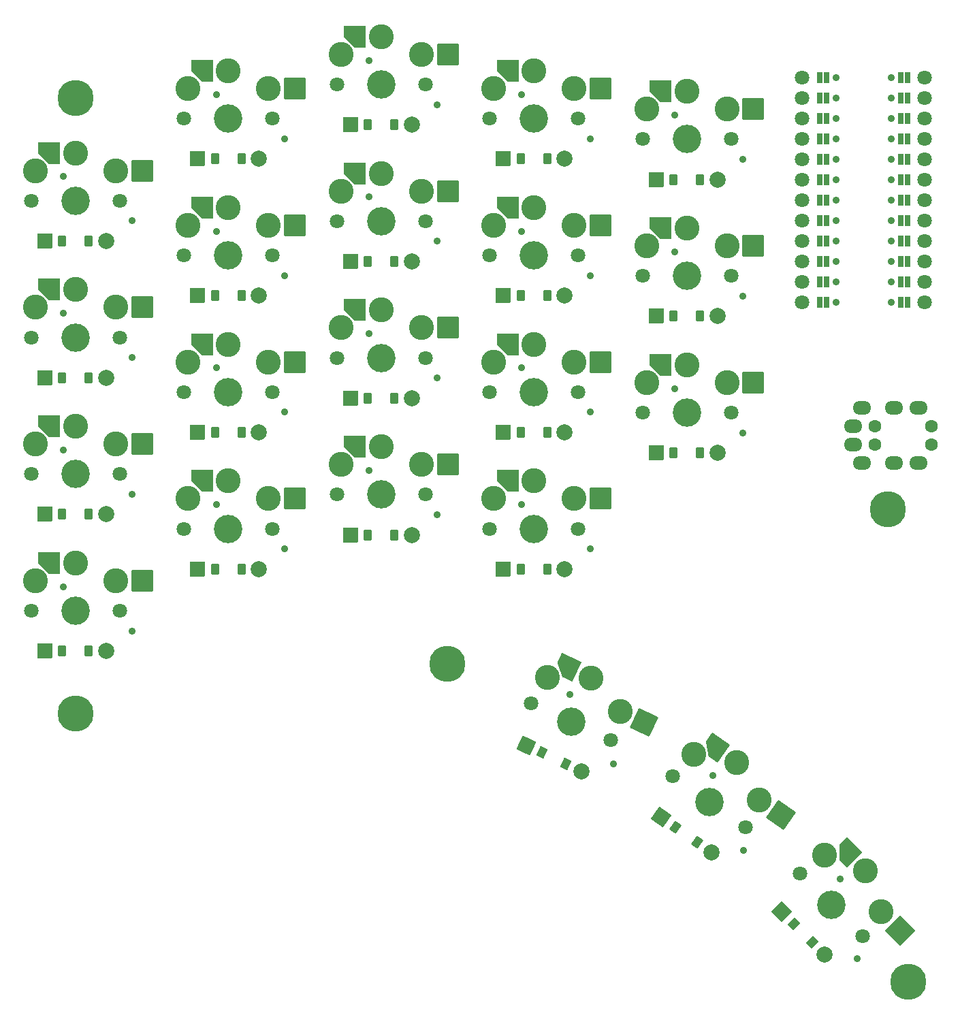
<source format=gbs>
G04 #@! TF.GenerationSoftware,KiCad,Pcbnew,8.0.1*
G04 #@! TF.CreationDate,2024-03-30T10:30:43-04:00*
G04 #@! TF.ProjectId,kipra-kicad,6b697072-612d-46b6-9963-61642e6b6963,v1.0.0*
G04 #@! TF.SameCoordinates,Original*
G04 #@! TF.FileFunction,Soldermask,Bot*
G04 #@! TF.FilePolarity,Negative*
%FSLAX46Y46*%
G04 Gerber Fmt 4.6, Leading zero omitted, Abs format (unit mm)*
G04 Created by KiCad (PCBNEW 8.0.1) date 2024-03-30 10:30:43*
%MOMM*%
%LPD*%
G01*
G04 APERTURE LIST*
G04 Aperture macros list*
%AMRoundRect*
0 Rectangle with rounded corners*
0 $1 Rounding radius*
0 $2 $3 $4 $5 $6 $7 $8 $9 X,Y pos of 4 corners*
0 Add a 4 corners polygon primitive as box body*
4,1,4,$2,$3,$4,$5,$6,$7,$8,$9,$2,$3,0*
0 Add four circle primitives for the rounded corners*
1,1,$1+$1,$2,$3*
1,1,$1+$1,$4,$5*
1,1,$1+$1,$6,$7*
1,1,$1+$1,$8,$9*
0 Add four rect primitives between the rounded corners*
20,1,$1+$1,$2,$3,$4,$5,0*
20,1,$1+$1,$4,$5,$6,$7,0*
20,1,$1+$1,$6,$7,$8,$9,0*
20,1,$1+$1,$8,$9,$2,$3,0*%
%AMFreePoly0*
4,1,14,1.335355,1.335355,1.350000,1.300000,1.350000,-1.300000,1.335355,-1.335355,1.300000,-1.350000,0.000000,-1.350000,-0.035355,-1.335355,-1.335355,-0.035355,-1.350000,0.000000,-1.350000,1.300000,-1.335355,1.335355,-1.300000,1.350000,1.300000,1.350000,1.335355,1.335355,1.335355,1.335355,$1*%
G04 Aperture macros list end*
%ADD10C,3.529000*%
%ADD11C,1.801800*%
%ADD12C,3.100000*%
%ADD13RoundRect,0.050000X-1.300000X-1.300000X1.300000X-1.300000X1.300000X1.300000X-1.300000X1.300000X0*%
%ADD14FreePoly0,0.000000*%
%ADD15C,0.900000*%
%ADD16RoundRect,0.050000X-1.838478X0.000000X0.000000X-1.838478X1.838478X0.000000X0.000000X1.838478X0*%
%ADD17FreePoly0,315.000000*%
%ADD18RoundRect,0.050000X-1.810547X-0.319248X0.319248X-1.810547X1.810547X0.319248X-0.319248X1.810547X0*%
%ADD19FreePoly0,325.000000*%
%ADD20RoundRect,0.050000X-1.727604X-0.628796X0.628796X-1.727604X1.727604X0.628796X-0.628796X1.727604X0*%
%ADD21FreePoly0,335.000000*%
%ADD22RoundRect,0.050000X-0.450000X-0.600000X0.450000X-0.600000X0.450000X0.600000X-0.450000X0.600000X0*%
%ADD23RoundRect,0.050000X-0.889000X-0.889000X0.889000X-0.889000X0.889000X0.889000X-0.889000X0.889000X0*%
%ADD24C,2.005000*%
%ADD25RoundRect,0.050000X-0.742462X-0.106066X-0.106066X-0.742462X0.742462X0.106066X0.106066X0.742462X0*%
%ADD26RoundRect,0.050000X-1.257236X0.000000X0.000000X-1.257236X1.257236X0.000000X0.000000X1.257236X0*%
%ADD27RoundRect,0.050000X-0.712764X-0.233382X0.024473X-0.749601X0.712764X0.233382X-0.024473X0.749601X0*%
%ADD28RoundRect,0.050000X-1.238136X-0.218317X0.218317X-1.238136X1.238136X0.218317X-0.218317X1.238136X0*%
%ADD29RoundRect,0.050000X-0.661409X-0.353606X0.154268X-0.733963X0.661409X0.353606X-0.154268X0.733963X0*%
%ADD30RoundRect,0.050000X-1.181415X-0.430000X0.430000X-1.181415X1.181415X0.430000X-0.430000X1.181415X0*%
%ADD31C,1.800000*%
%ADD32RoundRect,0.050000X-0.300000X-0.600000X0.300000X-0.600000X0.300000X0.600000X-0.300000X0.600000X0*%
%ADD33C,1.600000*%
%ADD34O,2.300000X1.700000*%
%ADD35C,0.800000*%
%ADD36C,4.500000*%
G04 APERTURE END LIST*
D10*
X99564702Y-99602060D03*
D11*
X105064702Y-99602060D03*
X94064702Y-99602060D03*
D12*
X104564702Y-95852060D03*
X99564702Y-93652058D03*
D13*
X107839702Y-95852060D03*
D14*
X96289702Y-93652060D03*
D12*
X94564702Y-95852060D03*
D15*
X98064702Y-96602060D03*
X106564702Y-102102060D03*
D10*
X99564703Y-82602061D03*
D11*
X105064703Y-82602061D03*
X94064703Y-82602061D03*
D12*
X104564703Y-78852061D03*
X99564703Y-76652059D03*
D13*
X107839703Y-78852061D03*
D14*
X96289703Y-76652061D03*
D12*
X94564703Y-78852061D03*
D15*
X98064703Y-79602061D03*
X106564703Y-85102061D03*
D10*
X99564702Y-65602057D03*
D11*
X105064702Y-65602057D03*
X94064702Y-65602057D03*
D12*
X104564702Y-61852057D03*
X99564702Y-59652055D03*
D13*
X107839702Y-61852057D03*
D14*
X96289702Y-59652057D03*
D12*
X94564702Y-61852057D03*
D15*
X98064702Y-62602057D03*
X106564702Y-68102057D03*
D10*
X99564702Y-48602060D03*
D11*
X105064702Y-48602060D03*
X94064702Y-48602060D03*
D12*
X104564702Y-44852060D03*
X99564702Y-42652058D03*
D13*
X107839702Y-44852060D03*
D14*
X96289702Y-42652060D03*
D12*
X94564702Y-44852060D03*
D15*
X98064702Y-45602060D03*
X106564702Y-51102060D03*
D10*
X118564700Y-89402055D03*
D11*
X124064700Y-89402055D03*
X113064700Y-89402055D03*
D12*
X123564700Y-85652055D03*
X118564700Y-83452053D03*
D13*
X126839700Y-85652055D03*
D14*
X115289700Y-83452055D03*
D12*
X113564700Y-85652055D03*
D15*
X117064700Y-86402055D03*
X125564700Y-91902055D03*
D10*
X118564704Y-72402056D03*
D11*
X124064704Y-72402056D03*
X113064704Y-72402056D03*
D12*
X123564704Y-68652056D03*
X118564704Y-66452054D03*
D13*
X126839704Y-68652056D03*
D14*
X115289704Y-66452056D03*
D12*
X113564704Y-68652056D03*
D15*
X117064704Y-69402056D03*
X125564704Y-74902056D03*
D10*
X118564704Y-55402053D03*
D11*
X124064704Y-55402053D03*
X113064704Y-55402053D03*
D12*
X123564704Y-51652053D03*
X118564704Y-49452051D03*
D13*
X126839704Y-51652053D03*
D14*
X115289704Y-49452053D03*
D12*
X113564704Y-51652053D03*
D15*
X117064704Y-52402053D03*
X125564704Y-57902053D03*
D10*
X118564707Y-38402059D03*
D11*
X124064707Y-38402059D03*
X113064707Y-38402059D03*
D12*
X123564707Y-34652059D03*
X118564707Y-32452057D03*
D13*
X126839707Y-34652059D03*
D14*
X115289707Y-32452059D03*
D12*
X113564707Y-34652059D03*
D15*
X117064707Y-35402059D03*
X125564707Y-40902059D03*
D10*
X137564703Y-85152060D03*
D11*
X143064703Y-85152060D03*
X132064703Y-85152060D03*
D12*
X142564703Y-81402060D03*
X137564703Y-79202058D03*
D13*
X145839703Y-81402060D03*
D14*
X134289703Y-79202060D03*
D12*
X132564703Y-81402060D03*
D15*
X136064703Y-82152060D03*
X144564703Y-87652060D03*
D10*
X137564700Y-68152056D03*
D11*
X143064700Y-68152056D03*
X132064700Y-68152056D03*
D12*
X142564700Y-64402056D03*
X137564700Y-62202054D03*
D13*
X145839700Y-64402056D03*
D14*
X134289700Y-62202056D03*
D12*
X132564700Y-64402056D03*
D15*
X136064700Y-65152056D03*
X144564700Y-70652056D03*
D10*
X137564705Y-51152059D03*
D11*
X143064705Y-51152059D03*
X132064705Y-51152059D03*
D12*
X142564705Y-47402059D03*
X137564705Y-45202057D03*
D13*
X145839705Y-47402059D03*
D14*
X134289705Y-45202059D03*
D12*
X132564705Y-47402059D03*
D15*
X136064705Y-48152059D03*
X144564705Y-53652059D03*
D10*
X137564701Y-34152059D03*
D11*
X143064701Y-34152059D03*
X132064701Y-34152059D03*
D12*
X142564701Y-30402059D03*
X137564701Y-28202057D03*
D13*
X145839701Y-30402059D03*
D14*
X134289701Y-28202059D03*
D12*
X132564701Y-30402059D03*
D15*
X136064701Y-31152059D03*
X144564701Y-36652059D03*
D10*
X156564700Y-89402056D03*
D11*
X162064700Y-89402056D03*
X151064700Y-89402056D03*
D12*
X161564700Y-85652056D03*
X156564700Y-83452054D03*
D13*
X164839700Y-85652056D03*
D14*
X153289700Y-83452056D03*
D12*
X151564700Y-85652056D03*
D15*
X155064700Y-86402056D03*
X163564700Y-91902056D03*
D10*
X156564701Y-72402059D03*
D11*
X162064701Y-72402059D03*
X151064701Y-72402059D03*
D12*
X161564701Y-68652059D03*
X156564701Y-66452057D03*
D13*
X164839701Y-68652059D03*
D14*
X153289701Y-66452059D03*
D12*
X151564701Y-68652059D03*
D15*
X155064701Y-69402059D03*
X163564701Y-74902059D03*
D10*
X156564703Y-55402057D03*
D11*
X162064703Y-55402057D03*
X151064703Y-55402057D03*
D12*
X161564703Y-51652057D03*
X156564703Y-49452055D03*
D13*
X164839703Y-51652057D03*
D14*
X153289703Y-49452057D03*
D12*
X151564703Y-51652057D03*
D15*
X155064703Y-52402057D03*
X163564703Y-57902057D03*
D10*
X156564707Y-38402059D03*
D11*
X162064707Y-38402059D03*
X151064707Y-38402059D03*
D12*
X161564707Y-34652059D03*
X156564707Y-32452057D03*
D13*
X164839707Y-34652059D03*
D14*
X153289707Y-32452059D03*
D12*
X151564707Y-34652059D03*
D15*
X155064707Y-35402059D03*
X163564707Y-40902059D03*
D10*
X175564700Y-74952058D03*
D11*
X181064700Y-74952058D03*
X170064700Y-74952058D03*
D12*
X180564700Y-71202058D03*
X175564700Y-69002056D03*
D13*
X183839700Y-71202058D03*
D14*
X172289700Y-69002058D03*
D12*
X170564700Y-71202058D03*
D15*
X174064700Y-71952058D03*
X182564700Y-77452058D03*
D10*
X175564700Y-57952060D03*
D11*
X181064700Y-57952060D03*
X170064700Y-57952060D03*
D12*
X180564700Y-54202060D03*
X175564700Y-52002058D03*
D13*
X183839700Y-54202060D03*
D14*
X172289700Y-52002060D03*
D12*
X170564700Y-54202060D03*
D15*
X174064700Y-54952060D03*
X182564700Y-60452060D03*
D10*
X175564704Y-40952060D03*
D11*
X181064704Y-40952060D03*
X170064704Y-40952060D03*
D12*
X180564704Y-37202060D03*
X175564704Y-35002058D03*
D13*
X183839704Y-37202060D03*
D14*
X172289704Y-35002060D03*
D12*
X170564704Y-37202060D03*
D15*
X174064704Y-37952060D03*
X182564704Y-43452060D03*
D10*
X193564705Y-136152064D03*
D11*
X197453792Y-140041152D03*
X189675618Y-132262976D03*
D12*
X199751889Y-137035947D03*
X197771990Y-131944777D03*
D16*
X202067665Y-139351723D03*
D17*
X195456216Y-129629003D03*
D12*
X192680822Y-129964880D03*
D15*
X194625365Y-132970083D03*
X196746686Y-142869577D03*
D10*
X178361906Y-123353423D03*
D11*
X182867242Y-126508091D03*
X173856570Y-120198755D03*
D12*
X184608578Y-123149485D03*
X181774687Y-118479466D03*
D18*
X187291301Y-125027948D03*
D19*
X179091963Y-116601005D03*
D12*
X176417057Y-117413721D03*
D15*
X178853907Y-120035602D03*
X182662029Y-129416337D03*
D10*
X161167615Y-113389173D03*
D11*
X166152309Y-115713572D03*
X156182921Y-111064774D03*
D12*
X167283972Y-112103610D03*
X163682194Y-107996642D03*
D20*
X170252129Y-113487685D03*
D21*
X160714036Y-106612567D03*
D12*
X158220894Y-107877427D03*
D15*
X161076008Y-110036322D03*
X166455224Y-118613270D03*
D22*
X101214707Y-104602056D03*
X97914707Y-104602056D03*
D23*
X95754707Y-104602056D03*
D24*
X103374707Y-104602056D03*
D22*
X101214704Y-87602059D03*
X97914704Y-87602059D03*
D23*
X95754704Y-87602059D03*
D24*
X103374704Y-87602059D03*
D22*
X101214709Y-70602059D03*
X97914709Y-70602059D03*
D23*
X95754709Y-70602059D03*
D24*
X103374709Y-70602059D03*
D22*
X101214705Y-53602057D03*
X97914705Y-53602057D03*
D23*
X95754705Y-53602057D03*
D24*
X103374705Y-53602057D03*
D22*
X120214705Y-94402054D03*
X116914705Y-94402054D03*
D23*
X114754705Y-94402054D03*
D24*
X122374705Y-94402054D03*
D22*
X120214704Y-77402058D03*
X116914704Y-77402058D03*
D23*
X114754704Y-77402058D03*
D24*
X122374704Y-77402058D03*
D22*
X120214706Y-60402060D03*
X116914706Y-60402060D03*
D23*
X114754706Y-60402060D03*
D24*
X122374706Y-60402060D03*
D22*
X120214706Y-43402055D03*
X116914706Y-43402055D03*
D23*
X114754706Y-43402055D03*
D24*
X122374706Y-43402055D03*
D22*
X139214707Y-90152058D03*
X135914707Y-90152058D03*
D23*
X133754707Y-90152058D03*
D24*
X141374707Y-90152058D03*
D22*
X139214705Y-73152062D03*
X135914705Y-73152062D03*
D23*
X133754705Y-73152062D03*
D24*
X141374705Y-73152062D03*
D22*
X139214703Y-56152059D03*
X135914703Y-56152059D03*
D23*
X133754703Y-56152059D03*
D24*
X141374703Y-56152059D03*
D22*
X139214704Y-39152057D03*
X135914704Y-39152057D03*
D23*
X133754704Y-39152057D03*
D24*
X141374704Y-39152057D03*
D22*
X158214707Y-94402057D03*
X154914707Y-94402057D03*
D23*
X152754707Y-94402057D03*
D24*
X160374707Y-94402057D03*
D22*
X158214707Y-77402055D03*
X154914707Y-77402055D03*
D23*
X152754707Y-77402055D03*
D24*
X160374707Y-77402055D03*
D22*
X158214705Y-60402059D03*
X154914705Y-60402059D03*
D23*
X152754705Y-60402059D03*
D24*
X160374705Y-60402059D03*
D22*
X158214703Y-43402054D03*
X154914703Y-43402054D03*
D23*
X152754703Y-43402054D03*
D24*
X160374703Y-43402054D03*
D22*
X177214704Y-79952057D03*
X173914704Y-79952057D03*
D23*
X171754704Y-79952057D03*
D24*
X179374704Y-79952057D03*
D22*
X177214700Y-62952058D03*
X173914700Y-62952058D03*
D23*
X171754700Y-62952058D03*
D24*
X179374700Y-62952058D03*
D22*
X177214700Y-45952056D03*
X173914700Y-45952056D03*
D23*
X171754700Y-45952056D03*
D24*
X179374700Y-45952056D03*
D25*
X191195893Y-140854317D03*
X188862441Y-138520865D03*
D26*
X187335090Y-136993514D03*
D24*
X192723244Y-142381668D03*
D27*
X176845629Y-128395584D03*
X174142427Y-126502782D03*
D28*
X172373059Y-125263857D03*
D24*
X178614997Y-129634509D03*
D29*
X160549936Y-118618029D03*
X157559120Y-117223389D03*
D30*
X155601495Y-116310534D03*
D24*
X162507561Y-119530884D03*
D31*
X189944704Y-33252055D03*
X205184704Y-33252055D03*
D15*
X200964704Y-33252055D03*
X194164704Y-33252055D03*
D32*
X192084704Y-33252055D03*
X192984705Y-33252055D03*
X202144704Y-33252055D03*
X203044703Y-33252055D03*
D31*
X189944704Y-35792055D03*
X205184704Y-35792055D03*
D15*
X200964704Y-35792055D03*
X194164704Y-35792055D03*
D32*
X192084703Y-35792055D03*
X192984704Y-35792055D03*
X202144703Y-35792055D03*
X203044704Y-35792055D03*
D31*
X189944704Y-38332055D03*
X205184704Y-38332055D03*
D15*
X200964705Y-38332055D03*
X194164703Y-38332056D03*
D32*
X192084704Y-38332055D03*
X192984704Y-38332055D03*
X202144704Y-38332054D03*
X203044705Y-38332055D03*
D31*
X189944705Y-40872055D03*
X205184704Y-40872055D03*
D15*
X200964704Y-40872055D03*
X194164703Y-40872055D03*
D32*
X192084704Y-40872055D03*
X192984705Y-40872054D03*
X202144704Y-40872055D03*
X203044704Y-40872055D03*
D31*
X189944704Y-43412055D03*
X205184704Y-43412055D03*
D15*
X200964704Y-43412055D03*
X194164704Y-43412055D03*
D32*
X192084704Y-43412055D03*
X192984704Y-43412055D03*
X202144704Y-43412055D03*
X203044704Y-43412055D03*
D31*
X189944704Y-45952055D03*
X205184704Y-45952055D03*
D15*
X200964704Y-45952055D03*
X194164704Y-45952055D03*
D32*
X192084705Y-45952055D03*
X192984704Y-45952055D03*
X202144704Y-45952055D03*
X203044703Y-45952055D03*
D31*
X189944704Y-48492055D03*
X205184704Y-48492055D03*
D15*
X200964704Y-48492055D03*
X194164704Y-48492055D03*
D32*
X192084704Y-48492055D03*
X192984704Y-48492055D03*
X202144704Y-48492055D03*
X203044704Y-48492055D03*
D31*
X189944704Y-51032055D03*
X205184703Y-51032055D03*
D15*
X200964705Y-51032055D03*
X194164704Y-51032055D03*
D32*
X192084704Y-51032055D03*
X192984704Y-51032055D03*
X202144703Y-51032056D03*
X203044704Y-51032055D03*
D31*
X189944704Y-53572055D03*
X205184704Y-53572055D03*
D15*
X200964705Y-53572054D03*
X194164703Y-53572055D03*
D32*
X192084703Y-53572055D03*
X192984704Y-53572056D03*
X202144704Y-53572055D03*
X203044704Y-53572055D03*
D31*
X189944704Y-56112055D03*
X205184704Y-56112055D03*
D15*
X200964704Y-56112055D03*
X194164704Y-56112055D03*
D32*
X192084704Y-56112055D03*
X192984705Y-56112055D03*
X202144704Y-56112055D03*
X203044705Y-56112055D03*
D31*
X189944704Y-58652055D03*
X205184704Y-58652055D03*
D15*
X200964704Y-58652055D03*
X194164704Y-58652055D03*
D32*
X192084705Y-58652055D03*
X192984704Y-58652055D03*
X202144703Y-58652055D03*
X203044704Y-58652055D03*
D31*
X189944706Y-61192054D03*
X205184704Y-61192055D03*
D15*
X200964704Y-61192055D03*
X194164704Y-61192055D03*
D32*
X192084704Y-61192055D03*
X192984703Y-61192055D03*
X202144702Y-61192055D03*
X203044704Y-61192055D03*
D33*
X198964700Y-76652058D03*
X205964699Y-76652058D03*
X198964699Y-78952058D03*
X205964699Y-78952058D03*
D34*
X196264699Y-76652058D03*
X197364698Y-81252058D03*
X201364699Y-81252058D03*
X204364700Y-81252058D03*
X196264699Y-78952058D03*
X197364699Y-74352058D03*
X201364700Y-74352057D03*
X204364699Y-74352057D03*
D35*
X100731431Y-113518785D03*
D36*
X99564705Y-112352059D03*
D35*
X99564705Y-114002059D03*
X100731431Y-111185333D03*
X97914705Y-112352059D03*
X98397979Y-111185333D03*
X98397979Y-113518785D03*
X101214705Y-112352059D03*
X99564705Y-110702059D03*
X100731426Y-37018783D03*
D36*
X99564700Y-35852057D03*
D35*
X99564700Y-37502057D03*
X100731426Y-34685331D03*
X97914700Y-35852057D03*
X98397974Y-34685331D03*
X98397974Y-37018783D03*
X101214700Y-35852057D03*
X99564700Y-34202057D03*
X201731430Y-88118785D03*
D36*
X200564704Y-86952059D03*
D35*
X200564704Y-88602059D03*
X201731430Y-85785333D03*
X198914704Y-86952059D03*
X199397978Y-85785333D03*
X199397978Y-88118785D03*
X202214704Y-86952059D03*
X200564704Y-85302059D03*
X146324713Y-107755152D03*
D36*
X145760381Y-106204659D03*
D35*
X145063061Y-107700067D03*
X147310874Y-105640327D03*
X144264973Y-105507339D03*
X145196049Y-104654166D03*
X144209888Y-106768991D03*
X147255789Y-106901979D03*
X146457701Y-104709251D03*
X203110645Y-147347999D03*
D36*
X203110645Y-145697999D03*
D35*
X201943919Y-146864725D03*
X204760645Y-145697999D03*
X201943919Y-144531273D03*
X203110645Y-144047999D03*
X201460645Y-145697999D03*
X204277371Y-146864725D03*
X204277371Y-144531273D03*
M02*

</source>
